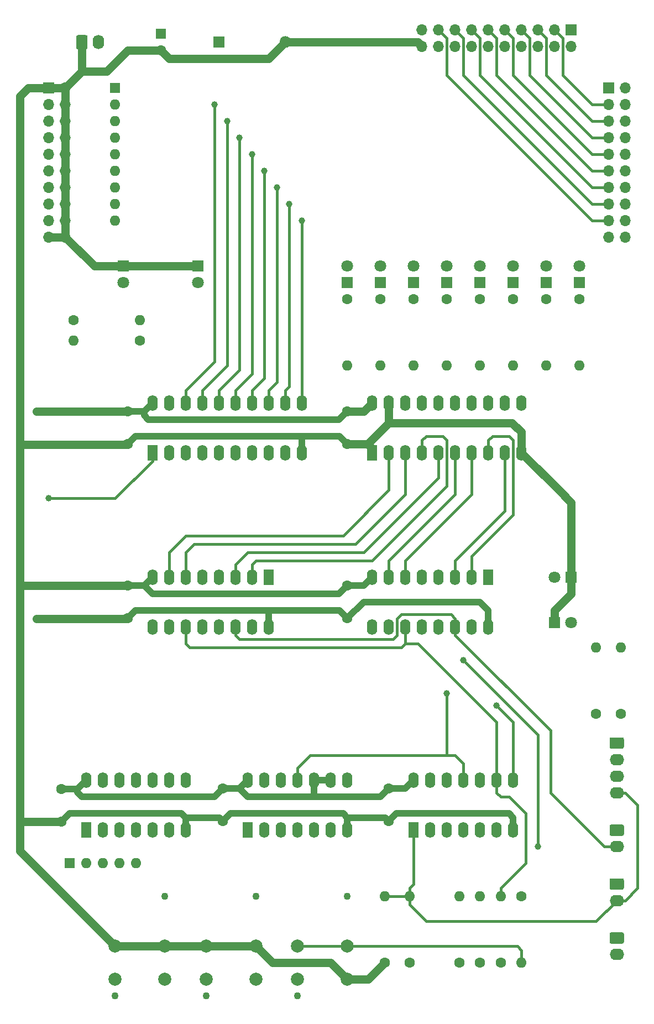
<source format=gbr>
G04 #@! TF.GenerationSoftware,KiCad,Pcbnew,(5.1.7)-1*
G04 #@! TF.CreationDate,2020-12-22T22:20:37+01:00*
G04 #@! TF.ProjectId,Akku,416b6b75-2e6b-4696-9361-645f70636258,rev?*
G04 #@! TF.SameCoordinates,Original*
G04 #@! TF.FileFunction,Copper,L2,Bot*
G04 #@! TF.FilePolarity,Positive*
%FSLAX46Y46*%
G04 Gerber Fmt 4.6, Leading zero omitted, Abs format (unit mm)*
G04 Created by KiCad (PCBNEW (5.1.7)-1) date 2020-12-22 22:20:37*
%MOMM*%
%LPD*%
G01*
G04 APERTURE LIST*
G04 #@! TA.AperFunction,ComponentPad*
%ADD10O,1.600000X1.600000*%
G04 #@! TD*
G04 #@! TA.AperFunction,ComponentPad*
%ADD11R,1.600000X1.600000*%
G04 #@! TD*
G04 #@! TA.AperFunction,ComponentPad*
%ADD12O,2.190000X1.740000*%
G04 #@! TD*
G04 #@! TA.AperFunction,ComponentPad*
%ADD13O,1.800000X1.800000*%
G04 #@! TD*
G04 #@! TA.AperFunction,ComponentPad*
%ADD14R,1.800000X1.800000*%
G04 #@! TD*
G04 #@! TA.AperFunction,ComponentPad*
%ADD15C,1.600000*%
G04 #@! TD*
G04 #@! TA.AperFunction,ComponentPad*
%ADD16O,1.700000X1.700000*%
G04 #@! TD*
G04 #@! TA.AperFunction,ComponentPad*
%ADD17R,1.700000X1.700000*%
G04 #@! TD*
G04 #@! TA.AperFunction,ComponentPad*
%ADD18C,1.800000*%
G04 #@! TD*
G04 #@! TA.AperFunction,ComponentPad*
%ADD19O,1.740000X2.190000*%
G04 #@! TD*
G04 #@! TA.AperFunction,ComponentPad*
%ADD20C,2.000000*%
G04 #@! TD*
G04 #@! TA.AperFunction,ComponentPad*
%ADD21C,1.100000*%
G04 #@! TD*
G04 #@! TA.AperFunction,ComponentPad*
%ADD22O,1.600000X2.400000*%
G04 #@! TD*
G04 #@! TA.AperFunction,ComponentPad*
%ADD23R,1.600000X2.400000*%
G04 #@! TD*
G04 #@! TA.AperFunction,ViaPad*
%ADD24C,1.000000*%
G04 #@! TD*
G04 #@! TA.AperFunction,Conductor*
%ADD25C,1.250000*%
G04 #@! TD*
G04 #@! TA.AperFunction,Conductor*
%ADD26C,1.000000*%
G04 #@! TD*
G04 #@! TA.AperFunction,Conductor*
%ADD27C,0.600000*%
G04 #@! TD*
G04 #@! TA.AperFunction,Conductor*
%ADD28C,0.400000*%
G04 #@! TD*
G04 APERTURE END LIST*
D10*
X62865000Y-81915000D03*
X62865000Y-79375000D03*
X62865000Y-76835000D03*
X62865000Y-74295000D03*
X62865000Y-71755000D03*
X62865000Y-69215000D03*
X62865000Y-66675000D03*
X62865000Y-64135000D03*
D11*
X62865000Y-61595000D03*
D12*
X139700000Y-186055000D03*
G04 #@! TA.AperFunction,ComponentPad*
G36*
G01*
X138854999Y-182645000D02*
X140545001Y-182645000D01*
G75*
G02*
X140795000Y-182894999I0J-249999D01*
G01*
X140795000Y-184135001D01*
G75*
G02*
X140545001Y-184385000I-249999J0D01*
G01*
X138854999Y-184385000D01*
G75*
G02*
X138605000Y-184135001I0J249999D01*
G01*
X138605000Y-182894999D01*
G75*
G02*
X138854999Y-182645000I249999J0D01*
G01*
G37*
G04 #@! TD.AperFunction*
X139700000Y-194310000D03*
G04 #@! TA.AperFunction,ComponentPad*
G36*
G01*
X138854999Y-190900000D02*
X140545001Y-190900000D01*
G75*
G02*
X140795000Y-191149999I0J-249999D01*
G01*
X140795000Y-192390001D01*
G75*
G02*
X140545001Y-192640000I-249999J0D01*
G01*
X138854999Y-192640000D01*
G75*
G02*
X138605000Y-192390001I0J249999D01*
G01*
X138605000Y-191149999D01*
G75*
G02*
X138854999Y-190900000I249999J0D01*
G01*
G37*
G04 #@! TD.AperFunction*
D13*
X88900000Y-54610000D03*
D14*
X78740000Y-54610000D03*
D15*
X104775000Y-168910000D03*
X104775000Y-173910000D03*
X54610000Y-168990000D03*
X54610000Y-173990000D03*
X64770000Y-111125000D03*
X64770000Y-116125000D03*
X98425000Y-137795000D03*
X98425000Y-142795000D03*
X64770000Y-142795000D03*
X64770000Y-137795000D03*
X98425000Y-111125000D03*
X98425000Y-116125000D03*
X69850000Y-55840000D03*
D11*
X69850000Y-53340000D03*
D15*
X79375000Y-168910000D03*
X79375000Y-173910000D03*
D16*
X55245000Y-84455000D03*
X52705000Y-84455000D03*
X55245000Y-81915000D03*
X52705000Y-81915000D03*
X55245000Y-79375000D03*
X52705000Y-79375000D03*
X55245000Y-76835000D03*
X52705000Y-76835000D03*
X55245000Y-74295000D03*
X52705000Y-74295000D03*
X55245000Y-71755000D03*
X52705000Y-71755000D03*
X55245000Y-69215000D03*
X52705000Y-69215000D03*
X55245000Y-66675000D03*
X52705000Y-66675000D03*
X55245000Y-64135000D03*
X52705000Y-64135000D03*
X55245000Y-61595000D03*
D17*
X52705000Y-61595000D03*
D16*
X109855000Y-55245000D03*
X109855000Y-52705000D03*
X112395000Y-55245000D03*
X112395000Y-52705000D03*
X114935000Y-55245000D03*
X114935000Y-52705000D03*
X117475000Y-55245000D03*
X117475000Y-52705000D03*
X120015000Y-55245000D03*
X120015000Y-52705000D03*
X122555000Y-55245000D03*
X122555000Y-52705000D03*
X125095000Y-55245000D03*
X125095000Y-52705000D03*
X127635000Y-55245000D03*
X127635000Y-52705000D03*
X130175000Y-55245000D03*
X130175000Y-52705000D03*
X132715000Y-55245000D03*
D17*
X132715000Y-52705000D03*
D16*
X140970000Y-84455000D03*
X138430000Y-84455000D03*
X140970000Y-81915000D03*
X138430000Y-81915000D03*
X140970000Y-79375000D03*
X138430000Y-79375000D03*
X140970000Y-76835000D03*
X138430000Y-76835000D03*
X140970000Y-74295000D03*
X138430000Y-74295000D03*
X140970000Y-71755000D03*
X138430000Y-71755000D03*
X140970000Y-69215000D03*
X138430000Y-69215000D03*
X140970000Y-66675000D03*
X138430000Y-66675000D03*
X140970000Y-64135000D03*
X138430000Y-64135000D03*
X140970000Y-61595000D03*
D17*
X138430000Y-61595000D03*
D10*
X133985000Y-104140000D03*
D15*
X133985000Y-93980000D03*
D10*
X128905000Y-104140000D03*
D15*
X128905000Y-93980000D03*
D10*
X123825000Y-104140000D03*
D15*
X123825000Y-93980000D03*
D10*
X118745000Y-104140000D03*
D15*
X118745000Y-93980000D03*
D10*
X113665000Y-104140000D03*
D15*
X113665000Y-93980000D03*
D10*
X108585000Y-104140000D03*
D15*
X108585000Y-93980000D03*
D10*
X103505000Y-104140000D03*
D15*
X103505000Y-93980000D03*
D10*
X66675000Y-97155000D03*
D15*
X56515000Y-97155000D03*
D10*
X98425000Y-104140000D03*
D15*
X98425000Y-93980000D03*
D10*
X125095000Y-195580000D03*
D15*
X125095000Y-185420000D03*
D10*
X140335000Y-147320000D03*
D15*
X140335000Y-157480000D03*
D10*
X136525000Y-147320000D03*
D15*
X136525000Y-157480000D03*
D10*
X56515000Y-100330000D03*
D15*
X66675000Y-100330000D03*
D10*
X104140000Y-185420000D03*
D15*
X104140000Y-195580000D03*
D10*
X107950000Y-185420000D03*
D15*
X107950000Y-195580000D03*
D18*
X133985000Y-88900000D03*
D14*
X133985000Y-91440000D03*
D18*
X128905000Y-88900000D03*
D14*
X128905000Y-91440000D03*
D18*
X123825000Y-88900000D03*
D14*
X123825000Y-91440000D03*
D18*
X118745000Y-88900000D03*
D14*
X118745000Y-91440000D03*
D18*
X113665000Y-88900000D03*
D14*
X113665000Y-91440000D03*
D18*
X64135000Y-91440000D03*
D14*
X64135000Y-88900000D03*
D18*
X108585000Y-88900000D03*
D14*
X108585000Y-91440000D03*
D18*
X103505000Y-88900000D03*
D14*
X103505000Y-91440000D03*
D18*
X98425000Y-88900000D03*
D14*
X98425000Y-91440000D03*
X132715000Y-136525000D03*
D18*
X130175000Y-136525000D03*
D14*
X130175000Y-143510000D03*
D18*
X132715000Y-143510000D03*
X75565000Y-91440000D03*
D14*
X75565000Y-88900000D03*
D12*
X139700000Y-177800000D03*
G04 #@! TA.AperFunction,ComponentPad*
G36*
G01*
X138854999Y-174390000D02*
X140545001Y-174390000D01*
G75*
G02*
X140795000Y-174639999I0J-249999D01*
G01*
X140795000Y-175880001D01*
G75*
G02*
X140545001Y-176130000I-249999J0D01*
G01*
X138854999Y-176130000D01*
G75*
G02*
X138605000Y-175880001I0J249999D01*
G01*
X138605000Y-174639999D01*
G75*
G02*
X138854999Y-174390000I249999J0D01*
G01*
G37*
G04 #@! TD.AperFunction*
X139700000Y-169545000D03*
X139700000Y-167005000D03*
X139700000Y-164465000D03*
G04 #@! TA.AperFunction,ComponentPad*
G36*
G01*
X138854999Y-161055000D02*
X140545001Y-161055000D01*
G75*
G02*
X140795000Y-161304999I0J-249999D01*
G01*
X140795000Y-162545001D01*
G75*
G02*
X140545001Y-162795000I-249999J0D01*
G01*
X138854999Y-162795000D01*
G75*
G02*
X138605000Y-162545001I0J249999D01*
G01*
X138605000Y-161304999D01*
G75*
G02*
X138854999Y-161055000I249999J0D01*
G01*
G37*
G04 #@! TD.AperFunction*
D19*
X60325000Y-54610000D03*
G04 #@! TA.AperFunction,ComponentPad*
G36*
G01*
X56915000Y-55455001D02*
X56915000Y-53764999D01*
G75*
G02*
X57164999Y-53515000I249999J0D01*
G01*
X58405001Y-53515000D01*
G75*
G02*
X58655000Y-53764999I0J-249999D01*
G01*
X58655000Y-55455001D01*
G75*
G02*
X58405001Y-55705000I-249999J0D01*
G01*
X57164999Y-55705000D01*
G75*
G02*
X56915000Y-55455001I0J249999D01*
G01*
G37*
G04 #@! TD.AperFunction*
D20*
X76835000Y-198120000D03*
X76835000Y-193040000D03*
X84455000Y-198120000D03*
D21*
X84455000Y-185420000D03*
X76835000Y-200660000D03*
D20*
X84455000Y-193040000D03*
X62865000Y-198120000D03*
X62865000Y-193040000D03*
X70485000Y-198120000D03*
D21*
X70485000Y-185420000D03*
X62865000Y-200660000D03*
D20*
X70485000Y-193040000D03*
X90805000Y-198120000D03*
X90805000Y-193040000D03*
X98425000Y-198120000D03*
D21*
X98425000Y-185420000D03*
X90805000Y-200660000D03*
D20*
X98425000Y-193040000D03*
D10*
X115570000Y-185420000D03*
D15*
X115570000Y-195580000D03*
D10*
X121920000Y-185420000D03*
D15*
X121920000Y-195580000D03*
D10*
X118745000Y-185420000D03*
D15*
X118745000Y-195580000D03*
D22*
X102235000Y-109855000D03*
X125095000Y-117475000D03*
X104775000Y-109855000D03*
X122555000Y-117475000D03*
X107315000Y-109855000D03*
X120015000Y-117475000D03*
X109855000Y-109855000D03*
X117475000Y-117475000D03*
X112395000Y-109855000D03*
X114935000Y-117475000D03*
X114935000Y-109855000D03*
X112395000Y-117475000D03*
X117475000Y-109855000D03*
X109855000Y-117475000D03*
X120015000Y-109855000D03*
X107315000Y-117475000D03*
X122555000Y-109855000D03*
X104775000Y-117475000D03*
X125095000Y-109855000D03*
D23*
X102235000Y-117475000D03*
X120015000Y-136525000D03*
D22*
X102235000Y-144145000D03*
X117475000Y-136525000D03*
X104775000Y-144145000D03*
X114935000Y-136525000D03*
X107315000Y-144145000D03*
X112395000Y-136525000D03*
X109855000Y-144145000D03*
X109855000Y-136525000D03*
X112395000Y-144145000D03*
X107315000Y-136525000D03*
X114935000Y-144145000D03*
X104775000Y-136525000D03*
X117475000Y-144145000D03*
X102235000Y-136525000D03*
X120015000Y-144145000D03*
X68580000Y-109855000D03*
X91440000Y-117475000D03*
X71120000Y-109855000D03*
X88900000Y-117475000D03*
X73660000Y-109855000D03*
X86360000Y-117475000D03*
X76200000Y-109855000D03*
X83820000Y-117475000D03*
X78740000Y-109855000D03*
X81280000Y-117475000D03*
X81280000Y-109855000D03*
X78740000Y-117475000D03*
X83820000Y-109855000D03*
X76200000Y-117475000D03*
X86360000Y-109855000D03*
X73660000Y-117475000D03*
X88900000Y-109855000D03*
X71120000Y-117475000D03*
X91440000Y-109855000D03*
D23*
X68580000Y-117475000D03*
D22*
X86360000Y-144145000D03*
X68580000Y-136525000D03*
X83820000Y-144145000D03*
X71120000Y-136525000D03*
X81280000Y-144145000D03*
X73660000Y-136525000D03*
X78740000Y-144145000D03*
X76200000Y-136525000D03*
X76200000Y-144145000D03*
X78740000Y-136525000D03*
X73660000Y-144145000D03*
X81280000Y-136525000D03*
X71120000Y-144145000D03*
X83820000Y-136525000D03*
X68580000Y-144145000D03*
D23*
X86360000Y-136525000D03*
D22*
X83185000Y-167640000D03*
X98425000Y-175260000D03*
X85725000Y-167640000D03*
X95885000Y-175260000D03*
X88265000Y-167640000D03*
X93345000Y-175260000D03*
X90805000Y-167640000D03*
X90805000Y-175260000D03*
X93345000Y-167640000D03*
X88265000Y-175260000D03*
X95885000Y-167640000D03*
X85725000Y-175260000D03*
X98425000Y-167640000D03*
D23*
X83185000Y-175260000D03*
D22*
X58420000Y-167640000D03*
X73660000Y-175260000D03*
X60960000Y-167640000D03*
X71120000Y-175260000D03*
X63500000Y-167640000D03*
X68580000Y-175260000D03*
X66040000Y-167640000D03*
X66040000Y-175260000D03*
X68580000Y-167640000D03*
X63500000Y-175260000D03*
X71120000Y-167640000D03*
X60960000Y-175260000D03*
X73660000Y-167640000D03*
D23*
X58420000Y-175260000D03*
D22*
X108585000Y-167640000D03*
X123825000Y-175260000D03*
X111125000Y-167640000D03*
X121285000Y-175260000D03*
X113665000Y-167640000D03*
X118745000Y-175260000D03*
X116205000Y-167640000D03*
X116205000Y-175260000D03*
X118745000Y-167640000D03*
X113665000Y-175260000D03*
X121285000Y-167640000D03*
X111125000Y-175260000D03*
X123825000Y-167640000D03*
D23*
X108585000Y-175260000D03*
D11*
X55880000Y-180340000D03*
D10*
X58420000Y-180340000D03*
X60960000Y-180340000D03*
X63500000Y-180340000D03*
X66040000Y-180340000D03*
D24*
X50800000Y-142875000D03*
X50800000Y-111125000D03*
X121285000Y-156210000D03*
X91440000Y-81915000D03*
X89535000Y-79375000D03*
X87630000Y-76835000D03*
X85725000Y-74295000D03*
X83820000Y-71755000D03*
X81915000Y-69215000D03*
X80010000Y-66675000D03*
X78105000Y-64135000D03*
X116205000Y-149225000D03*
X127635000Y-177800000D03*
X113665000Y-154305000D03*
X52705000Y-124460000D03*
D25*
X100965000Y-111125000D02*
X102235000Y-109855000D01*
X98425000Y-111125000D02*
X100965000Y-111125000D01*
D26*
X67310000Y-111125000D02*
X68580000Y-109855000D01*
X64770000Y-111125000D02*
X67310000Y-111125000D01*
X67310000Y-111125000D02*
X67310000Y-111760000D01*
X67310000Y-111760000D02*
X67945000Y-112395000D01*
X97155000Y-112395000D02*
X98425000Y-111125000D01*
X67945000Y-112395000D02*
X97155000Y-112395000D01*
X65960000Y-141605000D02*
X86360000Y-141605000D01*
X86360000Y-141605000D02*
X86360000Y-144145000D01*
X97235000Y-141605000D02*
X98425000Y-142795000D01*
X86360000Y-141605000D02*
X97235000Y-141605000D01*
X65960000Y-141605000D02*
X64770000Y-142795000D01*
X64690000Y-142875000D02*
X64770000Y-142795000D01*
X57070000Y-168990000D02*
X58420000Y-167640000D01*
X54610000Y-168990000D02*
X57070000Y-168990000D01*
X57070000Y-168990000D02*
X57070000Y-169465000D01*
X57070000Y-169465000D02*
X57785000Y-170180000D01*
X78105000Y-170180000D02*
X79375000Y-168910000D01*
X57785000Y-170180000D02*
X78105000Y-170180000D01*
X81915000Y-168910000D02*
X83185000Y-167640000D01*
X79375000Y-168910000D02*
X81915000Y-168910000D01*
X81915000Y-168910000D02*
X83185000Y-170180000D01*
X103505000Y-170180000D02*
X104775000Y-168910000D01*
X93345000Y-170180000D02*
X93345000Y-167640000D01*
X83185000Y-170180000D02*
X93345000Y-170180000D01*
X93345000Y-170180000D02*
X103505000Y-170180000D01*
X93345000Y-167640000D02*
X95885000Y-167640000D01*
X107315000Y-168910000D02*
X108585000Y-167640000D01*
X104775000Y-168910000D02*
X107315000Y-168910000D01*
X120015000Y-141605000D02*
X120015000Y-144145000D01*
X118745000Y-140335000D02*
X120015000Y-141605000D01*
X100965000Y-140335000D02*
X118745000Y-140335000D01*
X98425000Y-142795000D02*
X100965000Y-140335000D01*
D25*
X50800000Y-142875000D02*
X64690000Y-142875000D01*
X50800000Y-111125000D02*
X64770000Y-111125000D01*
X57785000Y-59055000D02*
X55245000Y-61595000D01*
X57785000Y-54610000D02*
X57785000Y-59055000D01*
X55245000Y-61595000D02*
X52705000Y-61595000D01*
X55245000Y-61595000D02*
X55245000Y-84455000D01*
X55245000Y-84455000D02*
X52705000Y-84455000D01*
X98425000Y-116125000D02*
X101520000Y-116125000D01*
X102235000Y-116840000D02*
X102235000Y-117475000D01*
X101520000Y-116125000D02*
X102235000Y-116840000D01*
X104775000Y-112870000D02*
X104775000Y-109855000D01*
X101520000Y-116125000D02*
X104775000Y-112870000D01*
X104775000Y-112870000D02*
X123665000Y-112870000D01*
X125095000Y-114300000D02*
X125095000Y-117475000D01*
X123665000Y-112870000D02*
X125095000Y-114300000D01*
X130175000Y-143510000D02*
X130175000Y-141605000D01*
X130175000Y-141605000D02*
X132715000Y-139065000D01*
X132715000Y-139065000D02*
X132715000Y-136525000D01*
X130810000Y-123190000D02*
X125095000Y-117475000D01*
D27*
X98345000Y-116205000D02*
X98425000Y-116125000D01*
D26*
X97235000Y-114935000D02*
X98425000Y-116125000D01*
X91440000Y-114935000D02*
X97235000Y-114935000D01*
X91440000Y-117475000D02*
X91440000Y-114935000D01*
X64770000Y-116125000D02*
X65960000Y-114935000D01*
X65960000Y-114935000D02*
X91440000Y-114935000D01*
D25*
X64690000Y-116205000D02*
X64770000Y-116125000D01*
X48260000Y-62865000D02*
X48260000Y-116205000D01*
X49530000Y-61595000D02*
X48260000Y-62865000D01*
X48260000Y-116205000D02*
X64690000Y-116205000D01*
X52705000Y-61595000D02*
X49530000Y-61595000D01*
D26*
X68580000Y-139065000D02*
X97155000Y-139065000D01*
X97155000Y-139065000D02*
X98425000Y-137795000D01*
X100965000Y-137795000D02*
X102235000Y-136525000D01*
X98425000Y-137795000D02*
X100965000Y-137795000D01*
D25*
X54610000Y-173990000D02*
X48260000Y-173990000D01*
X48260000Y-116205000D02*
X48260000Y-137795000D01*
X64770000Y-137795000D02*
X48260000Y-137795000D01*
D26*
X67310000Y-137795000D02*
X68580000Y-136525000D01*
X64770000Y-137795000D02*
X67310000Y-137795000D01*
X68580000Y-139065000D02*
X67310000Y-137795000D01*
X73660000Y-173355000D02*
X73660000Y-175260000D01*
X73025000Y-172720000D02*
X73660000Y-173355000D01*
X55880000Y-172720000D02*
X73025000Y-172720000D01*
X54610000Y-173990000D02*
X55880000Y-172720000D01*
X78820000Y-173355000D02*
X79375000Y-173910000D01*
X73660000Y-173355000D02*
X78820000Y-173355000D01*
X79375000Y-173910000D02*
X80565000Y-172720000D01*
X80565000Y-172720000D02*
X97790000Y-172720000D01*
X98425000Y-173355000D02*
X98425000Y-175260000D01*
X97790000Y-172720000D02*
X98425000Y-173355000D01*
D25*
X48260000Y-178435000D02*
X62865000Y-193040000D01*
X48260000Y-173990000D02*
X48260000Y-178435000D01*
X62865000Y-193040000D02*
X84455000Y-193040000D01*
X84455000Y-193040000D02*
X86995000Y-195580000D01*
X95885000Y-195580000D02*
X98425000Y-198120000D01*
X86995000Y-195580000D02*
X95885000Y-195580000D01*
X101600000Y-198120000D02*
X104140000Y-195580000D01*
X98425000Y-198120000D02*
X101600000Y-198120000D01*
X48260000Y-167640000D02*
X48260000Y-173990000D01*
X48260000Y-137795000D02*
X48260000Y-167640000D01*
D26*
X104220000Y-173355000D02*
X104775000Y-173910000D01*
X98425000Y-173355000D02*
X104220000Y-173355000D01*
X104775000Y-173910000D02*
X105965000Y-172720000D01*
X105965000Y-172720000D02*
X123190000Y-172720000D01*
X123190000Y-172720000D02*
X123825000Y-173355000D01*
X123825000Y-173355000D02*
X123825000Y-175260000D01*
D25*
X69850000Y-55840000D02*
X64810000Y-55840000D01*
X61595000Y-59055000D02*
X57785000Y-59055000D01*
X64810000Y-55840000D02*
X61595000Y-59055000D01*
X69850000Y-55840000D02*
X71120000Y-57110000D01*
X86400000Y-57110000D02*
X88900000Y-54610000D01*
X71120000Y-57110000D02*
X86400000Y-57110000D01*
X109220000Y-54610000D02*
X109855000Y-55245000D01*
X88900000Y-54610000D02*
X109220000Y-54610000D01*
X132715000Y-125095000D02*
X130810000Y-123190000D01*
X132715000Y-136525000D02*
X132715000Y-125095000D01*
X59690000Y-88900000D02*
X55245000Y-84455000D01*
X62865000Y-88900000D02*
X59690000Y-88900000D01*
X62865000Y-88900000D02*
X75565000Y-88900000D01*
D28*
X90805000Y-193040000D02*
X98425000Y-193040000D01*
X125095000Y-193675000D02*
X125095000Y-195580000D01*
X124460000Y-193040000D02*
X125095000Y-193675000D01*
X98425000Y-193040000D02*
X124460000Y-193040000D01*
X123825000Y-167640000D02*
X123825000Y-158750000D01*
X123825000Y-158750000D02*
X121285000Y-156210000D01*
X113665000Y-53975000D02*
X112395000Y-52705000D01*
X135890000Y-81915000D02*
X113665000Y-59690000D01*
X113665000Y-59690000D02*
X113665000Y-53975000D01*
X138430000Y-81915000D02*
X135890000Y-81915000D01*
X91440000Y-109855000D02*
X91440000Y-81915000D01*
X138430000Y-79375000D02*
X135890000Y-79375000D01*
X135890000Y-79375000D02*
X116205000Y-59690000D01*
X116205000Y-53975000D02*
X114935000Y-52705000D01*
X116205000Y-59690000D02*
X116205000Y-53975000D01*
X88900000Y-109855000D02*
X88900000Y-107950000D01*
X88900000Y-107950000D02*
X89535000Y-107315000D01*
X89535000Y-107315000D02*
X89535000Y-79375000D01*
X138430000Y-76835000D02*
X135890000Y-76835000D01*
X135890000Y-76835000D02*
X118745000Y-59690000D01*
X118745000Y-53975000D02*
X117475000Y-52705000D01*
X118745000Y-59690000D02*
X118745000Y-53975000D01*
X86360000Y-109855000D02*
X86360000Y-107950000D01*
X86360000Y-107950000D02*
X87630000Y-106680000D01*
X87630000Y-106680000D02*
X87630000Y-76835000D01*
X121285000Y-53975000D02*
X120015000Y-52705000D01*
X121285000Y-59690000D02*
X121285000Y-53975000D01*
X135890000Y-74295000D02*
X121285000Y-59690000D01*
X138430000Y-74295000D02*
X135890000Y-74295000D01*
X83820000Y-109855000D02*
X83820000Y-107950000D01*
X83820000Y-107950000D02*
X85725000Y-106045000D01*
X85725000Y-106045000D02*
X85725000Y-74295000D01*
X138430000Y-71755000D02*
X135890000Y-71755000D01*
X135890000Y-71755000D02*
X123825000Y-59690000D01*
X123825000Y-53975000D02*
X122555000Y-52705000D01*
X123825000Y-59690000D02*
X123825000Y-53975000D01*
X81280000Y-109855000D02*
X81280000Y-107950000D01*
X81280000Y-107950000D02*
X83820000Y-105410000D01*
X83820000Y-105410000D02*
X83820000Y-71755000D01*
X126365000Y-53975000D02*
X125095000Y-52705000D01*
X126365000Y-59690000D02*
X126365000Y-53975000D01*
X135890000Y-69215000D02*
X126365000Y-59690000D01*
X138430000Y-69215000D02*
X135890000Y-69215000D01*
X81915000Y-104775000D02*
X81915000Y-69215000D01*
X78740000Y-107950000D02*
X81915000Y-104775000D01*
X78740000Y-109855000D02*
X78740000Y-107950000D01*
X127635000Y-52744998D02*
X127635000Y-52705000D01*
X135890000Y-66675000D02*
X128905000Y-59690000D01*
X138430000Y-66675000D02*
X135890000Y-66675000D01*
X128905000Y-59690000D02*
X128905000Y-53975000D01*
X128905000Y-53975000D02*
X127635000Y-52705000D01*
X76200000Y-109855000D02*
X76200000Y-107950000D01*
X76200000Y-107950000D02*
X80010000Y-104140000D01*
X80010000Y-104140000D02*
X80010000Y-66675000D01*
X138430000Y-64135000D02*
X135890000Y-64135000D01*
X135890000Y-64135000D02*
X131445000Y-59690000D01*
X131445000Y-53975000D02*
X130175000Y-52705000D01*
X131445000Y-59690000D02*
X131445000Y-53975000D01*
X73660000Y-109855000D02*
X73660000Y-107950000D01*
X73660000Y-107950000D02*
X78105000Y-103505000D01*
X78105000Y-103505000D02*
X78105000Y-64135000D01*
X114935000Y-117475000D02*
X114935000Y-123825000D01*
X104775000Y-133985000D02*
X104775000Y-136525000D01*
X114935000Y-123825000D02*
X104775000Y-133985000D01*
X117475000Y-117475000D02*
X117475000Y-123825000D01*
X107315000Y-133985000D02*
X107315000Y-136525000D01*
X117475000Y-123825000D02*
X107315000Y-133985000D01*
X120015000Y-115570000D02*
X120015000Y-117475000D01*
X123190000Y-114935000D02*
X120650000Y-114935000D01*
X123825000Y-115570000D02*
X123190000Y-114935000D01*
X120650000Y-114935000D02*
X120015000Y-115570000D01*
X117475000Y-133350000D02*
X123825000Y-127000000D01*
X123825000Y-127000000D02*
X123825000Y-115570000D01*
X117475000Y-136525000D02*
X117475000Y-133350000D01*
X122555000Y-117475000D02*
X122555000Y-126365000D01*
X114935000Y-133985000D02*
X114935000Y-136525000D01*
X122555000Y-126365000D02*
X114935000Y-133985000D01*
X84455000Y-133985000D02*
X83820000Y-134620000D01*
X83820000Y-134620000D02*
X83820000Y-136525000D01*
X102235000Y-133985000D02*
X84455000Y-133985000D01*
X113665000Y-122555000D02*
X102235000Y-133985000D01*
X113665000Y-115570000D02*
X113665000Y-122555000D01*
X113030000Y-114935000D02*
X113665000Y-115570000D01*
X110490000Y-114935000D02*
X113030000Y-114935000D01*
X109855000Y-115570000D02*
X110490000Y-114935000D01*
X109855000Y-117475000D02*
X109855000Y-115570000D01*
X81280000Y-134620000D02*
X81280000Y-136525000D01*
X83185000Y-132715000D02*
X81280000Y-134620000D01*
X100965000Y-132715000D02*
X83185000Y-132715000D01*
X112395000Y-121285000D02*
X100965000Y-132715000D01*
X112395000Y-117475000D02*
X112395000Y-121285000D01*
X73660000Y-132715000D02*
X73660000Y-136525000D01*
X74930000Y-131445000D02*
X73660000Y-132715000D01*
X99695000Y-131445000D02*
X74930000Y-131445000D01*
X107315000Y-123825000D02*
X99695000Y-131445000D01*
X107315000Y-117475000D02*
X107315000Y-123825000D01*
X71120000Y-132715000D02*
X71120000Y-136525000D01*
X73660000Y-130175000D02*
X71120000Y-132715000D01*
X97790000Y-130175000D02*
X73660000Y-130175000D01*
X104775000Y-123190000D02*
X97790000Y-130175000D01*
X104775000Y-117475000D02*
X104775000Y-123190000D01*
X73660000Y-144145000D02*
X73660000Y-146685000D01*
X73660000Y-146685000D02*
X74295000Y-147320000D01*
X74295000Y-147320000D02*
X106680000Y-147320000D01*
X107315000Y-146685000D02*
X107315000Y-144145000D01*
X106680000Y-147320000D02*
X107315000Y-146685000D01*
X121920000Y-185420000D02*
X121920000Y-184150000D01*
X121920000Y-184150000D02*
X125730000Y-180340000D01*
X125730000Y-180340000D02*
X125730000Y-172720000D01*
X125730000Y-172720000D02*
X123190000Y-170180000D01*
X123190000Y-170180000D02*
X121920000Y-170180000D01*
X121285000Y-169545000D02*
X121285000Y-167640000D01*
X121920000Y-170180000D02*
X121285000Y-169545000D01*
X109220000Y-146685000D02*
X107315000Y-146685000D01*
X121285000Y-158750000D02*
X109220000Y-146685000D01*
X121285000Y-167640000D02*
X121285000Y-158750000D01*
X127635000Y-174625000D02*
X127635000Y-177800000D01*
X127635000Y-160655000D02*
X127635000Y-174625000D01*
X116205000Y-149225000D02*
X127635000Y-160655000D01*
X116205000Y-165100000D02*
X116205000Y-167640000D01*
X114935000Y-163830000D02*
X116205000Y-165100000D01*
X90805000Y-165735000D02*
X92710000Y-163830000D01*
X90805000Y-167640000D02*
X90805000Y-165735000D01*
X92710000Y-163830000D02*
X113665000Y-163830000D01*
X113665000Y-163830000D02*
X114935000Y-163830000D01*
X113665000Y-163830000D02*
X113665000Y-154305000D01*
X81280000Y-144145000D02*
X81280000Y-145415000D01*
X81280000Y-145415000D02*
X81915000Y-146050000D01*
X81915000Y-146050000D02*
X105410000Y-146050000D01*
X105410000Y-146050000D02*
X106045000Y-145415000D01*
X106045000Y-145415000D02*
X106045000Y-142875000D01*
X106045000Y-142875000D02*
X106680000Y-142240000D01*
X106680000Y-142240000D02*
X114300000Y-142240000D01*
X114300000Y-142240000D02*
X114935000Y-142875000D01*
X114935000Y-142875000D02*
X114935000Y-144145000D01*
X114935000Y-145415000D02*
X114935000Y-144145000D01*
X129540000Y-160020000D02*
X114935000Y-145415000D01*
X129540000Y-169545000D02*
X129540000Y-160020000D01*
X139700000Y-177800000D02*
X137795000Y-177800000D01*
X137795000Y-177800000D02*
X129540000Y-169545000D01*
X139700000Y-186055000D02*
X140970000Y-186055000D01*
X140970000Y-186055000D02*
X142875000Y-184150000D01*
X142875000Y-184150000D02*
X142875000Y-171450000D01*
X140970000Y-169545000D02*
X139700000Y-169545000D01*
X142875000Y-171450000D02*
X140970000Y-169545000D01*
X104140000Y-185420000D02*
X107950000Y-185420000D01*
X107950000Y-185420000D02*
X107950000Y-184150000D01*
X108585000Y-183515000D02*
X108585000Y-175260000D01*
X107950000Y-184150000D02*
X108585000Y-183515000D01*
X107950000Y-185420000D02*
X107950000Y-186690000D01*
X107950000Y-186690000D02*
X110490000Y-189230000D01*
X136525000Y-189230000D02*
X139700000Y-186055000D01*
X110490000Y-189230000D02*
X136525000Y-189230000D01*
X68580000Y-117475000D02*
X68580000Y-118745000D01*
X68580000Y-118745000D02*
X62865000Y-124460000D01*
X52705000Y-124460000D02*
X62865000Y-124460000D01*
M02*

</source>
